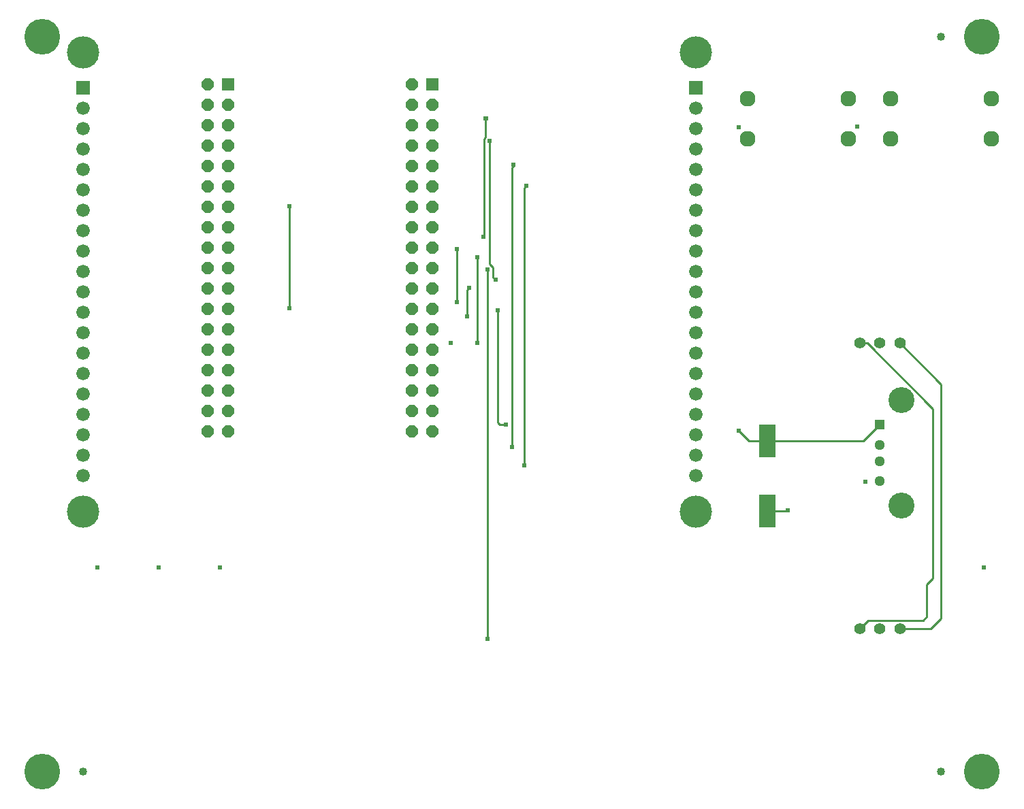
<source format=gbr>
G04 EAGLE Gerber RS-274X export*
G75*
%MOMM*%
%FSLAX34Y34*%
%LPD*%
%INBottom Copper*%
%IPPOS*%
%AMOC8*
5,1,8,0,0,1.08239X$1,22.5*%
G01*
%ADD10R,2.000000X4.100000*%
%ADD11C,1.016000*%
%ADD12R,1.288000X1.288000*%
%ADD13C,1.288000*%
%ADD14C,3.220000*%
%ADD15R,1.676400X1.676400*%
%ADD16C,1.676400*%
%ADD17C,4.016000*%
%ADD18C,4.445000*%
%ADD19C,1.400000*%
%ADD20C,1.960000*%
%ADD21R,1.524000X1.524000*%
%ADD22P,1.649562X8X292.500000*%
%ADD23C,0.609600*%
%ADD24C,0.254000*%


D10*
X952500Y462600D03*
X952500Y375600D03*
D11*
X1168400Y50800D03*
X101600Y50800D03*
X1168400Y965200D03*
D12*
X1092200Y482600D03*
D13*
X1092200Y457600D03*
X1092200Y437600D03*
X1092200Y412600D03*
D14*
X1119300Y513300D03*
X1119300Y381900D03*
D15*
X863600Y901700D03*
D16*
X863600Y876300D03*
X863600Y850900D03*
X863600Y825500D03*
X863600Y800100D03*
X863600Y774700D03*
X863600Y749300D03*
X863600Y723900D03*
X863600Y698500D03*
X863600Y673100D03*
X863600Y647700D03*
X863600Y622300D03*
X863600Y596900D03*
X863600Y571500D03*
X863600Y546100D03*
X863600Y520700D03*
X863600Y495300D03*
X863600Y469900D03*
X863600Y444500D03*
X863600Y419100D03*
D15*
X101600Y901700D03*
D16*
X101600Y876300D03*
X101600Y850900D03*
X101600Y825500D03*
X101600Y800100D03*
X101600Y774700D03*
X101600Y749300D03*
X101600Y723900D03*
X101600Y698500D03*
X101600Y673100D03*
X101600Y647700D03*
X101600Y622300D03*
X101600Y596900D03*
X101600Y571500D03*
X101600Y546100D03*
X101600Y520700D03*
X101600Y495300D03*
X101600Y469900D03*
X101600Y444500D03*
X101600Y419100D03*
D17*
X101600Y946150D03*
X101600Y374650D03*
X863600Y946150D03*
X863600Y374650D03*
D18*
X1219200Y965200D03*
X1219200Y50800D03*
X50800Y50800D03*
X50800Y965200D03*
D19*
X1067200Y584200D03*
X1092200Y584200D03*
X1117200Y584200D03*
X1067200Y228600D03*
X1092200Y228600D03*
X1117200Y228600D03*
D20*
X1053100Y888600D03*
X1053100Y838600D03*
X928100Y838600D03*
X928100Y888600D03*
X1230900Y888600D03*
X1230900Y838600D03*
X1105900Y838600D03*
X1105900Y888600D03*
D21*
X536200Y906100D03*
D22*
X510800Y906100D03*
X536200Y880700D03*
X510800Y880700D03*
X536200Y855300D03*
X510800Y855300D03*
X536200Y829900D03*
X510800Y829900D03*
X536200Y804500D03*
X510800Y804500D03*
X536200Y779100D03*
X510800Y779100D03*
X536200Y753700D03*
X510800Y753700D03*
X536200Y728300D03*
X510800Y728300D03*
X536200Y702900D03*
X510800Y702900D03*
X536200Y677500D03*
X510800Y677500D03*
X536200Y652100D03*
X510800Y652100D03*
X536200Y626700D03*
X510800Y626700D03*
X536200Y601300D03*
X510800Y601300D03*
X536200Y575900D03*
X510800Y575900D03*
X536200Y550500D03*
X510800Y550500D03*
X536200Y525100D03*
X510800Y525100D03*
X536200Y499700D03*
X510800Y499700D03*
X536200Y474300D03*
X510800Y474300D03*
D21*
X282200Y906100D03*
D22*
X256800Y906100D03*
X282200Y880700D03*
X256800Y880700D03*
X282200Y855300D03*
X256800Y855300D03*
X282200Y829900D03*
X256800Y829900D03*
X282200Y804500D03*
X256800Y804500D03*
X282200Y779100D03*
X256800Y779100D03*
X282200Y753700D03*
X256800Y753700D03*
X282200Y728300D03*
X256800Y728300D03*
X282200Y702900D03*
X256800Y702900D03*
X282200Y677500D03*
X256800Y677500D03*
X282200Y652100D03*
X256800Y652100D03*
X282200Y626700D03*
X256800Y626700D03*
X282200Y601300D03*
X256800Y601300D03*
X282200Y575900D03*
X256800Y575900D03*
X282200Y550500D03*
X256800Y550500D03*
X282200Y525100D03*
X256800Y525100D03*
X282200Y499700D03*
X256800Y499700D03*
X282200Y474300D03*
X256800Y474300D03*
D23*
X650240Y431800D03*
X650240Y431800D03*
X650240Y431800D03*
D24*
X650240Y777240D01*
X652780Y779780D01*
D23*
X652780Y779780D03*
X566420Y635000D03*
X566420Y635000D03*
X566420Y635000D03*
D24*
X566420Y701040D01*
D23*
X566420Y701040D03*
D24*
X1117200Y584200D02*
X1168400Y533000D01*
X1168400Y241300D01*
X1155700Y228600D01*
X1117200Y228600D01*
D23*
X604520Y215900D03*
X604520Y215900D03*
X604520Y215900D03*
D24*
X604520Y675640D01*
D23*
X604520Y675640D03*
X579120Y617220D03*
X579120Y617220D03*
X579120Y617220D03*
D24*
X579120Y650240D01*
X581660Y652780D01*
D23*
X581660Y652780D03*
X558800Y584200D03*
X558800Y584200D03*
X558800Y584200D03*
X591820Y584200D03*
X591820Y584200D03*
X591820Y584200D03*
D24*
X591820Y690880D01*
D23*
X591820Y690880D03*
D24*
X1067200Y584200D02*
X1076557Y584200D01*
X1158510Y502247D01*
X1158510Y291844D02*
X1150620Y283954D01*
X1150620Y243840D01*
X1158510Y291844D02*
X1158510Y502247D01*
X1150620Y243840D02*
X1146190Y239410D01*
X1078010Y239410D01*
X1067200Y228600D01*
D23*
X1064260Y853440D03*
X916559Y853059D03*
X119380Y304800D03*
X195580Y304800D03*
X271780Y304800D03*
D24*
X952500Y375600D02*
X977580Y375600D01*
X977900Y375920D01*
D23*
X977900Y375920D03*
X1074420Y411480D03*
X1221740Y304800D03*
X607060Y835660D03*
X607060Y835660D03*
X607060Y835660D03*
D24*
X607060Y682799D01*
X611378Y678481D01*
X611378Y666242D02*
X614680Y662940D01*
X611378Y666242D02*
X611378Y678481D01*
D23*
X614680Y662940D03*
D24*
X1072200Y462600D02*
X1092200Y482600D01*
X1072200Y462600D02*
X952500Y462600D01*
X929320Y462600D01*
X916940Y474980D01*
D23*
X916940Y474980D03*
D24*
X617220Y485140D02*
X617220Y624840D01*
D23*
X617220Y624840D03*
X358140Y627380D03*
X358140Y627380D03*
X358140Y627380D03*
D24*
X358140Y754380D01*
D23*
X358140Y754380D03*
X627380Y482600D03*
X627380Y482600D03*
X627380Y482600D03*
D24*
X619760Y482600D01*
X617220Y485140D01*
D23*
X602488Y864108D03*
X601980Y863600D03*
X601980Y863600D03*
D24*
X601980Y840279D01*
X600202Y838501D01*
X600202Y717042D02*
X599440Y716280D01*
X600202Y717042D02*
X600202Y838501D01*
D23*
X599440Y716280D03*
X635000Y454660D03*
X635000Y454660D03*
X635000Y454660D03*
D24*
X635000Y802640D01*
X637540Y805180D01*
X636270Y806450D01*
D23*
X636270Y806450D03*
M02*

</source>
